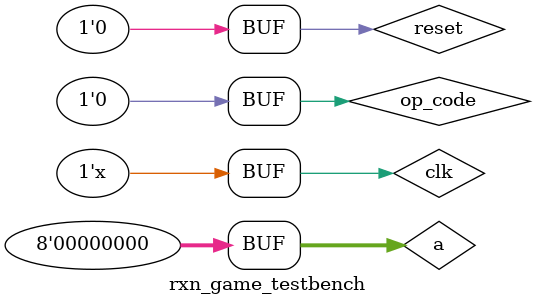
<source format=v>
`timescale 1ns / 1ps


module rxn_game_testbench;
reg clk;
reg op_code;
wire [39:0] display;
reg [7:0]a;
reg reset;
wire horizSyncOut2;
wire vertSyncOut2;
wire VGA_R2;
wire VGA_G2;
wire VGA_B2;
rxn_game_top RXN(.clk(clk),.op_code(op_code) ,.display(display_RXN),.a(a),.reset(reset),.horizSyncOut(horizSyncOut2),.vertSyncOut(vertSyncOut2),.VGA_R(VGA_R2),.VGA_G(VGA_G2),.VGA_B(VGA_B2));
initial begin clk=0;op_code=0;a=0;reset=0;
#100 op_code=11'b00100000000;

end
always #2 clk=~clk;
endmodule

</source>
